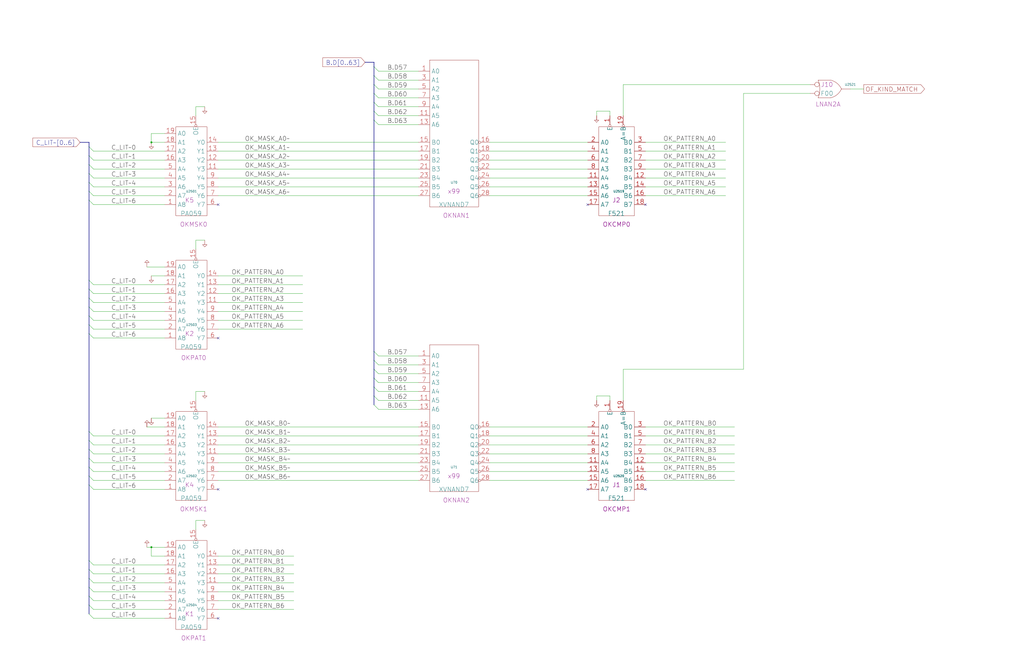
<source format=kicad_sch>
(kicad_sch (version 20230121) (generator eeschema)
  (paper "User" 584.2 378.46)
  (title_block (title "OF KIND CONDITION LOGIC") (date "15-MAR-90") (rev "1.0") (comment 1 "TYPE") (comment 2 "232-003062") (comment 3 "S400") (comment 4 "RELEASED"))
  (lib_symbols
    (symbol "r1000:F00" (pin_numbers hide) (pin_names hide)
      (property "Reference" "U" (at 15.24 0 0))
      (property "Value" "F00" (at 1.905 -5.08 0))
      (property "Location" "___" (at 1.905 0 0))
      (property "Name" "______" (at 2.54 -12.7 0))
      (symbol "F00_0_1"
        (polyline (pts (xy -2.54 -7.62) (xy 5.08 -7.62)) (stroke (width 0.1524)))
        (polyline (pts (xy -2.54 2.54) (xy -2.54 -7.62)) (stroke (width 0.1524)))
        (polyline (pts (xy -2.54 2.54) (xy 5.08 2.54)) (stroke (width 0.1524)))
        (arc (start 5.08 -7.62) (mid 10.1282 -2.54) (end 5.08 2.54) (stroke (width 0.1524)))
        (circle (center 11.43 -2.54) (radius 1.27) (stroke (width 0.1524)))
      )
      (symbol "F00_0_2"
        (circle (center -3.81 -5.08) (radius 1.27) (stroke (width 0.1524)))
        (circle (center -3.81 0) (radius 1.27) (stroke (width 0.1524)))
        (arc (start -3.175 -7.62) (mid -2.134 -2.54) (end -3.175 2.54) (stroke (width 0.1524)))
        (polyline (pts (xy -3.175 -7.62) (xy 3.81 -7.62)) (stroke (width 0.1524)))
        (polyline (pts (xy -3.175 2.54) (xy 3.81 2.54)) (stroke (width 0.1524)))
        (arc (start 3.81 -7.62) (mid 7.5855 -5.8306) (end 10.16 -2.54) (stroke (width 0.1524)))
        (arc (start 10.16 -2.54) (mid 7.5827 0.7471) (end 3.81 2.54) (stroke (width 0.1524)))
      )
      (symbol "F00_1_1"
        (pin input line (at -7.62 0 0) (length 5.08) (name "D0") (number "1"))
        (pin input line (at -7.62 -5.08 0) (length 5.08) (name "D1") (number "2"))
        (pin output line (at 15.24 -2.54 180) (length 2.54) (name "Q") (number "3"))
      )
      (symbol "F00_1_2"
        (pin input line (at -7.62 0 0) (length 2.54) (name "D0") (number "1"))
        (pin input line (at -7.62 -5.08 0) (length 2.54) (name "D1") (number "2"))
        (pin output line (at 15.24 -2.54 180) (length 5.08) (name "Q") (number "3"))
      )
    )
    (symbol "r1000:F521" (pin_names (offset 1.016))
      (property "Reference" "U" (at 2.54 5.08 0))
      (property "Value" "F521" (at -3.81 -7.62 0))
      (property "Location" "___" (at -1.27 0 0))
      (property "Name" "______" (at 1.27 -15.24 0))
      (symbol "F521_1_1"
        (rectangle (start -8.89 41.91) (end 11.43 -8.89))
        (circle (center -2.54 42.545) (radius 0.635))
        (circle (center 5.08 42.545) (radius 0.635))
        (pin input line (at -2.54 48.26 270) (length 5.08) (name "E") (number "1"))
        (pin input line (at -15.24 12.7 0) (length 6.35) (name "A4") (number "11"))
        (pin input line (at 17.78 12.7 180) (length 6.35) (name "B4") (number "12"))
        (pin input line (at -15.24 7.62 0) (length 6.35) (name "A5") (number "13"))
        (pin input line (at 17.78 7.62 180) (length 6.35) (name "B5") (number "14"))
        (pin input line (at -15.24 2.54 0) (length 6.35) (name "A6") (number "15"))
        (pin input line (at 17.78 2.54 180) (length 6.35) (name "B6") (number "16"))
        (pin input line (at -15.24 -2.54 0) (length 6.35) (name "A7") (number "17"))
        (pin input line (at 17.78 -2.54 180) (length 6.35) (name "B7") (number "18"))
        (pin output line (at 5.08 48.26 270) (length 5.08) (name "A=B") (number "19"))
        (pin input line (at -15.24 33.02 0) (length 6.35) (name "A0") (number "2"))
        (pin input line (at 17.78 33.02 180) (length 6.35) (name "B0") (number "3"))
        (pin input line (at -15.24 27.94 0) (length 6.35) (name "A1") (number "4"))
        (pin input line (at 17.78 27.94 180) (length 6.35) (name "B1") (number "5"))
        (pin input line (at -15.24 22.86 0) (length 6.35) (name "A2") (number "6"))
        (pin input line (at 17.78 22.86 180) (length 6.35) (name "B2") (number "7"))
        (pin input line (at -15.24 17.78 0) (length 6.35) (name "A3") (number "8"))
        (pin input line (at 17.78 17.78 180) (length 6.35) (name "B3") (number "9"))
      )
    )
    (symbol "r1000:PAxxx" (pin_names (offset 1.016))
      (property "Reference" "U" (at 2.54 5.08 0))
      (property "Value" "PAxxx" (at -3.81 -7.62 0))
      (property "Location" "___" (at -1.27 0 0))
      (property "Name" "______" (at 3.81 -15.24 0))
      (symbol "PAxxx_1_1"
        (rectangle (start -6.35 41.91) (end 11.43 -8.89))
        (circle (center 5.08 42.545) (radius 0.635))
        (pin input line (at -12.7 -2.54 0) (length 6.35) (name "A8") (number "1"))
        (pin tri_state line (at 17.78 17.78 180) (length 6.35) (name "Y3") (number "11"))
        (pin tri_state line (at 17.78 22.86 180) (length 6.35) (name "Y2") (number "12"))
        (pin tri_state line (at 17.78 27.94 180) (length 6.35) (name "Y1") (number "13"))
        (pin tri_state line (at 17.78 33.02 180) (length 6.35) (name "Y0") (number "14"))
        (pin input line (at 5.08 48.26 270) (length 5.08) (name "OE") (number "15"))
        (pin input line (at -12.7 22.86 0) (length 6.35) (name "A3") (number "16"))
        (pin input line (at -12.7 27.94 0) (length 6.35) (name "A2") (number "17"))
        (pin input line (at -12.7 33.02 0) (length 6.35) (name "A1") (number "18"))
        (pin input line (at -12.7 38.1 0) (length 6.35) (name "A0") (number "19"))
        (pin input line (at -12.7 2.54 0) (length 6.35) (name "A7") (number "2"))
        (pin input line (at -12.7 7.62 0) (length 6.35) (name "A6") (number "3"))
        (pin input line (at -12.7 12.7 0) (length 6.35) (name "A5") (number "4"))
        (pin input line (at -12.7 17.78 0) (length 6.35) (name "A4") (number "5"))
        (pin tri_state line (at 17.78 -2.54 180) (length 6.35) (name "Y7") (number "6"))
        (pin tri_state line (at 17.78 2.54 180) (length 6.35) (name "Y6") (number "7"))
        (pin tri_state line (at 17.78 7.62 180) (length 6.35) (name "Y5") (number "8"))
        (pin tri_state line (at 17.78 12.7 180) (length 6.35) (name "Y4") (number "9"))
      )
    )
    (symbol "r1000:PD" (power) (pin_numbers hide) (pin_names hide) (in_bom no)
      (symbol "PD_0_1"
        (polyline (pts (xy 0 -2.54) (xy 1.27 -2.54) (xy 0 -3.81) (xy -1.27 -2.54) (xy 0 -2.54)) (stroke (width 0.1524)))
      )
      (symbol "PD_1_1"
        (pin power_in line (at 0 0 270) (length 2.54) (name "PD") (number "1"))
      )
    )
    (symbol "r1000:PU" (power) (pin_numbers hide) (pin_names hide)
      (symbol "PU_0_1"
        (polyline (pts (xy 0 2.54) (xy -1.27 2.54) (xy 0 3.81) (xy 1.27 2.54) (xy 0 2.54)) (stroke (width 0.1524)))
      )
      (symbol "PU_1_1"
        (pin power_in line (at 0 0 90) (length 2.54) (name "PU") (number "1"))
      )
    )
    (symbol "r1000:XVNAND7" (pin_names (offset 1.016))
      (property "Reference" "U" (at 2.54 5.08 0))
      (property "Value" "XVNAND7" (at -6.35 -7.62 0))
      (property "Location" "___" (at -1.27 0 0))
      (property "Name" "______" (at 3.81 -15.24 0))
      (symbol "XVNAND7_1_1"
        (rectangle (start -11.43 74.93) (end 16.51 -8.89))
        (circle (center 17.145 -2.54) (radius 0.635))
        (circle (center 17.145 2.54) (radius 0.635))
        (circle (center 17.145 7.62) (radius 0.635))
        (circle (center 17.145 12.7) (radius 0.635))
        (circle (center 17.145 17.78) (radius 0.635))
        (circle (center 17.145 22.86) (radius 0.635))
        (circle (center 17.145 27.94) (radius 0.635))
        (pin input line (at -17.78 68.58 0) (length 6.35) (name "A0") (number "1"))
        (pin input line (at -17.78 43.18 0) (length 6.35) (name "A5") (number "11"))
        (pin input line (at -17.78 38.1 0) (length 6.35) (name "A6") (number "13"))
        (pin input line (at -17.78 27.94 0) (length 6.35) (name "B0") (number "15"))
        (pin output line (at 22.86 27.94 180) (length 5.08) (name "Q0") (number "16"))
        (pin input line (at -17.78 22.86 0) (length 6.35) (name "B1") (number "17"))
        (pin output line (at 22.86 22.86 180) (length 5.08) (name "Q1") (number "18"))
        (pin input line (at -17.78 17.78 0) (length 6.35) (name "B2") (number "19"))
        (pin output line (at 22.86 17.78 180) (length 5.08) (name "Q2") (number "20"))
        (pin input line (at -17.78 12.7 0) (length 6.35) (name "B3") (number "21"))
        (pin output line (at 22.86 12.7 180) (length 5.08) (name "Q3") (number "22"))
        (pin input line (at -17.78 7.62 0) (length 6.35) (name "B4") (number "23"))
        (pin output line (at 22.86 7.62 180) (length 5.08) (name "Q4") (number "24"))
        (pin input line (at -17.78 2.54 0) (length 6.35) (name "B5") (number "25"))
        (pin output line (at 22.86 2.54 180) (length 5.08) (name "Q5") (number "26"))
        (pin input line (at -17.78 -2.54 0) (length 6.35) (name "B6") (number "27"))
        (pin output line (at 22.86 -2.54 180) (length 5.08) (name "Q6") (number "28"))
        (pin input line (at -17.78 63.5 0) (length 6.35) (name "A1") (number "3"))
        (pin input line (at -17.78 58.42 0) (length 6.35) (name "A2") (number "5"))
        (pin input line (at -17.78 53.34 0) (length 6.35) (name "A3") (number "7"))
        (pin input line (at -17.78 48.26 0) (length 6.35) (name "A4") (number "9"))
      )
    )
  )
  (junction (at 86.36 312.42))
  (junction (at 86.36 81.28))
  (no_connect (at 124.46 116.84))
  (no_connect (at 124.46 353.06))
  (no_connect (at 124.46 279.4))
  (no_connect (at 335.28 116.84))
  (no_connect (at 368.3 116.84))
  (no_connect (at 124.46 193.04))
  (no_connect (at 335.28 279.4))
  (no_connect (at 368.3 279.4))
  (bus_entry (at 50.8 345.44) (size 2.54 2.54))
  (bus_entry (at 213.36 205.74) (size 2.54 2.54))
  (bus_entry (at 213.36 68.58) (size 2.54 2.54))
  (bus_entry (at 50.8 320.04) (size 2.54 2.54))
  (bus_entry (at 50.8 190.5) (size 2.54 2.54))
  (bus_entry (at 50.8 175.26) (size 2.54 2.54))
  (bus_entry (at 213.36 58.42) (size 2.54 2.54))
  (bus_entry (at 50.8 340.36) (size 2.54 2.54))
  (bus_entry (at 50.8 251.46) (size 2.54 2.54))
  (bus_entry (at 213.36 226.06) (size 2.54 2.54))
  (bus_entry (at 213.36 43.18) (size 2.54 2.54))
  (bus_entry (at 213.36 63.5) (size 2.54 2.54))
  (bus_entry (at 50.8 325.12) (size 2.54 2.54))
  (bus_entry (at 50.8 104.14) (size 2.54 2.54))
  (bus_entry (at 50.8 109.22) (size 2.54 2.54))
  (bus_entry (at 50.8 276.86) (size 2.54 2.54))
  (bus_entry (at 50.8 256.54) (size 2.54 2.54))
  (bus_entry (at 50.8 271.78) (size 2.54 2.54))
  (bus_entry (at 213.36 210.82) (size 2.54 2.54))
  (bus_entry (at 50.8 180.34) (size 2.54 2.54))
  (bus_entry (at 50.8 350.52) (size 2.54 2.54))
  (bus_entry (at 50.8 330.2) (size 2.54 2.54))
  (bus_entry (at 50.8 114.3) (size 2.54 2.54))
  (bus_entry (at 50.8 93.98) (size 2.54 2.54))
  (bus_entry (at 213.36 231.14) (size 2.54 2.54))
  (bus_entry (at 50.8 261.62) (size 2.54 2.54))
  (bus_entry (at 50.8 246.38) (size 2.54 2.54))
  (bus_entry (at 213.36 200.66) (size 2.54 2.54))
  (bus_entry (at 50.8 88.9) (size 2.54 2.54))
  (bus_entry (at 213.36 220.98) (size 2.54 2.54))
  (bus_entry (at 50.8 83.82) (size 2.54 2.54))
  (bus_entry (at 50.8 185.42) (size 2.54 2.54))
  (bus_entry (at 213.36 215.9) (size 2.54 2.54))
  (bus_entry (at 50.8 335.28) (size 2.54 2.54))
  (bus_entry (at 50.8 165.1) (size 2.54 2.54))
  (bus_entry (at 50.8 266.7) (size 2.54 2.54))
  (bus_entry (at 50.8 170.18) (size 2.54 2.54))
  (bus_entry (at 213.36 48.26) (size 2.54 2.54))
  (bus_entry (at 50.8 99.06) (size 2.54 2.54))
  (bus_entry (at 213.36 53.34) (size 2.54 2.54))
  (bus_entry (at 213.36 38.1) (size 2.54 2.54))
  (bus_entry (at 50.8 160.02) (size 2.54 2.54))
  (wire (pts (xy 116.84 137.16) (xy 111.76 137.16)))
  (wire (pts (xy 53.34 264.16) (xy 93.98 264.16)))
  (bus (pts (xy 50.8 261.62) (xy 50.8 266.7)))
  (wire (pts (xy 53.34 279.4) (xy 93.98 279.4)))
  (wire (pts (xy 116.84 60.96) (xy 111.76 60.96)))
  (wire (pts (xy 215.9 213.36) (xy 238.76 213.36)))
  (wire (pts (xy 355.6 210.82) (xy 424.18 210.82)))
  (wire (pts (xy 53.34 254) (xy 93.98 254)))
  (wire (pts (xy 124.46 337.82) (xy 167.64 337.82)))
  (wire (pts (xy 53.34 274.32) (xy 93.98 274.32)))
  (wire (pts (xy 279.4 264.16) (xy 335.28 264.16)))
  (wire (pts (xy 53.34 172.72) (xy 93.98 172.72)))
  (wire (pts (xy 124.46 177.8) (xy 172.72 177.8)))
  (wire (pts (xy 368.3 274.32) (xy 419.1 274.32)))
  (wire (pts (xy 215.9 71.12) (xy 238.76 71.12)))
  (wire (pts (xy 124.46 101.6) (xy 238.76 101.6)))
  (wire (pts (xy 124.46 254) (xy 238.76 254)))
  (wire (pts (xy 111.76 223.52) (xy 111.76 228.6)))
  (wire (pts (xy 215.9 60.96) (xy 238.76 60.96)))
  (bus (pts (xy 50.8 345.44) (xy 50.8 350.52)))
  (wire (pts (xy 368.3 243.84) (xy 419.1 243.84)))
  (bus (pts (xy 213.36 220.98) (xy 213.36 226.06)))
  (wire (pts (xy 53.34 91.44) (xy 93.98 91.44)))
  (wire (pts (xy 485.14 50.8) (xy 492.76 50.8)))
  (wire (pts (xy 279.4 106.68) (xy 335.28 106.68)))
  (bus (pts (xy 45.72 81.28) (xy 50.8 81.28)))
  (wire (pts (xy 53.34 116.84) (xy 93.98 116.84)))
  (wire (pts (xy 53.34 248.92) (xy 93.98 248.92)))
  (wire (pts (xy 368.3 259.08) (xy 419.1 259.08)))
  (wire (pts (xy 86.36 312.42) (xy 93.98 312.42)))
  (wire (pts (xy 53.34 322.58) (xy 93.98 322.58)))
  (bus (pts (xy 213.36 68.58) (xy 213.36 200.66)))
  (wire (pts (xy 215.9 208.28) (xy 238.76 208.28)))
  (wire (pts (xy 279.4 96.52) (xy 335.28 96.52)))
  (wire (pts (xy 368.3 91.44) (xy 414.02 91.44)))
  (wire (pts (xy 279.4 111.76) (xy 335.28 111.76)))
  (wire (pts (xy 215.9 223.52) (xy 238.76 223.52)))
  (bus (pts (xy 213.36 63.5) (xy 213.36 68.58)))
  (bus (pts (xy 213.36 226.06) (xy 213.36 231.14)))
  (wire (pts (xy 215.9 45.72) (xy 238.76 45.72)))
  (wire (pts (xy 124.46 259.08) (xy 238.76 259.08)))
  (wire (pts (xy 124.46 182.88) (xy 172.72 182.88)))
  (wire (pts (xy 124.46 317.5) (xy 167.64 317.5)))
  (bus (pts (xy 50.8 180.34) (xy 50.8 185.42)))
  (wire (pts (xy 215.9 40.64) (xy 238.76 40.64)))
  (wire (pts (xy 53.34 342.9) (xy 93.98 342.9)))
  (wire (pts (xy 124.46 269.24) (xy 238.76 269.24)))
  (bus (pts (xy 50.8 88.9) (xy 50.8 93.98)))
  (wire (pts (xy 124.46 248.92) (xy 238.76 248.92)))
  (bus (pts (xy 50.8 190.5) (xy 50.8 246.38)))
  (bus (pts (xy 50.8 246.38) (xy 50.8 251.46)))
  (wire (pts (xy 53.34 182.88) (xy 93.98 182.88)))
  (wire (pts (xy 347.98 226.06) (xy 340.36 226.06)))
  (wire (pts (xy 368.3 86.36) (xy 414.02 86.36)))
  (wire (pts (xy 279.4 243.84) (xy 335.28 243.84)))
  (wire (pts (xy 111.76 297.18) (xy 111.76 302.26)))
  (wire (pts (xy 124.46 172.72) (xy 172.72 172.72)))
  (bus (pts (xy 213.36 200.66) (xy 213.36 205.74)))
  (wire (pts (xy 124.46 342.9) (xy 167.64 342.9)))
  (bus (pts (xy 50.8 175.26) (xy 50.8 180.34)))
  (bus (pts (xy 50.8 340.36) (xy 50.8 345.44)))
  (wire (pts (xy 279.4 269.24) (xy 335.28 269.24)))
  (wire (pts (xy 124.46 167.64) (xy 172.72 167.64)))
  (bus (pts (xy 50.8 256.54) (xy 50.8 261.62)))
  (wire (pts (xy 124.46 96.52) (xy 238.76 96.52)))
  (wire (pts (xy 340.36 63.5) (xy 340.36 66.04)))
  (wire (pts (xy 124.46 347.98) (xy 167.64 347.98)))
  (wire (pts (xy 215.9 203.2) (xy 238.76 203.2)))
  (wire (pts (xy 86.36 317.5) (xy 86.36 312.42)))
  (bus (pts (xy 213.36 48.26) (xy 213.36 53.34)))
  (wire (pts (xy 53.34 167.64) (xy 93.98 167.64)))
  (wire (pts (xy 124.46 322.58) (xy 167.64 322.58)))
  (wire (pts (xy 368.3 81.28) (xy 414.02 81.28)))
  (wire (pts (xy 86.36 81.28) (xy 93.98 81.28)))
  (wire (pts (xy 53.34 86.36) (xy 93.98 86.36)))
  (bus (pts (xy 50.8 165.1) (xy 50.8 170.18)))
  (wire (pts (xy 93.98 317.5) (xy 86.36 317.5)))
  (wire (pts (xy 124.46 243.84) (xy 238.76 243.84)))
  (wire (pts (xy 53.34 353.06) (xy 93.98 353.06)))
  (wire (pts (xy 340.36 226.06) (xy 340.36 228.6)))
  (wire (pts (xy 215.9 228.6) (xy 238.76 228.6)))
  (bus (pts (xy 213.36 43.18) (xy 213.36 48.26)))
  (wire (pts (xy 279.4 259.08) (xy 335.28 259.08)))
  (wire (pts (xy 53.34 193.04) (xy 93.98 193.04)))
  (wire (pts (xy 215.9 233.68) (xy 238.76 233.68)))
  (wire (pts (xy 111.76 137.16) (xy 111.76 142.24)))
  (wire (pts (xy 53.34 327.66) (xy 93.98 327.66)))
  (wire (pts (xy 111.76 60.96) (xy 111.76 66.04)))
  (wire (pts (xy 368.3 96.52) (xy 414.02 96.52)))
  (wire (pts (xy 368.3 106.68) (xy 414.02 106.68)))
  (bus (pts (xy 50.8 81.28) (xy 50.8 83.82)))
  (wire (pts (xy 124.46 86.36) (xy 238.76 86.36)))
  (wire (pts (xy 347.98 66.04) (xy 347.98 63.5)))
  (wire (pts (xy 424.18 53.34) (xy 462.28 53.34)))
  (wire (pts (xy 347.98 228.6) (xy 347.98 226.06)))
  (wire (pts (xy 279.4 248.92) (xy 335.28 248.92)))
  (bus (pts (xy 213.36 210.82) (xy 213.36 215.9)))
  (wire (pts (xy 124.46 264.16) (xy 238.76 264.16)))
  (bus (pts (xy 50.8 109.22) (xy 50.8 114.3)))
  (bus (pts (xy 208.28 35.56) (xy 213.36 35.56)))
  (bus (pts (xy 50.8 320.04) (xy 50.8 325.12)))
  (wire (pts (xy 279.4 254) (xy 335.28 254)))
  (bus (pts (xy 50.8 271.78) (xy 50.8 276.86)))
  (wire (pts (xy 83.82 152.4) (xy 93.98 152.4)))
  (wire (pts (xy 355.6 48.26) (xy 462.28 48.26)))
  (bus (pts (xy 50.8 325.12) (xy 50.8 330.2)))
  (wire (pts (xy 124.46 81.28) (xy 238.76 81.28)))
  (bus (pts (xy 50.8 93.98) (xy 50.8 99.06)))
  (wire (pts (xy 279.4 81.28) (xy 335.28 81.28)))
  (wire (pts (xy 124.46 111.76) (xy 238.76 111.76)))
  (wire (pts (xy 53.34 269.24) (xy 93.98 269.24)))
  (wire (pts (xy 53.34 259.08) (xy 93.98 259.08)))
  (wire (pts (xy 124.46 187.96) (xy 172.72 187.96)))
  (wire (pts (xy 86.36 76.2) (xy 86.36 81.28)))
  (bus (pts (xy 50.8 170.18) (xy 50.8 175.26)))
  (bus (pts (xy 213.36 38.1) (xy 213.36 43.18)))
  (wire (pts (xy 53.34 177.8) (xy 93.98 177.8)))
  (wire (pts (xy 347.98 63.5) (xy 340.36 63.5)))
  (wire (pts (xy 116.84 223.52) (xy 111.76 223.52)))
  (wire (pts (xy 368.3 101.6) (xy 414.02 101.6)))
  (wire (pts (xy 279.4 101.6) (xy 335.28 101.6)))
  (wire (pts (xy 124.46 106.68) (xy 238.76 106.68)))
  (wire (pts (xy 368.3 264.16) (xy 419.1 264.16)))
  (bus (pts (xy 50.8 276.86) (xy 50.8 320.04)))
  (wire (pts (xy 53.34 187.96) (xy 93.98 187.96)))
  (wire (pts (xy 53.34 111.76) (xy 93.98 111.76)))
  (wire (pts (xy 424.18 53.34) (xy 424.18 210.82)))
  (bus (pts (xy 50.8 185.42) (xy 50.8 190.5)))
  (wire (pts (xy 368.3 269.24) (xy 419.1 269.24)))
  (wire (pts (xy 279.4 86.36) (xy 335.28 86.36)))
  (bus (pts (xy 50.8 114.3) (xy 50.8 160.02)))
  (bus (pts (xy 50.8 160.02) (xy 50.8 165.1)))
  (bus (pts (xy 50.8 266.7) (xy 50.8 271.78)))
  (wire (pts (xy 53.34 96.52) (xy 93.98 96.52)))
  (wire (pts (xy 86.36 157.48) (xy 93.98 157.48)))
  (wire (pts (xy 116.84 297.18) (xy 111.76 297.18)))
  (wire (pts (xy 124.46 274.32) (xy 238.76 274.32)))
  (bus (pts (xy 213.36 215.9) (xy 213.36 220.98)))
  (wire (pts (xy 368.3 254) (xy 419.1 254)))
  (wire (pts (xy 83.82 243.84) (xy 93.98 243.84)))
  (wire (pts (xy 368.3 111.76) (xy 414.02 111.76)))
  (wire (pts (xy 93.98 76.2) (xy 86.36 76.2)))
  (wire (pts (xy 53.34 337.82) (xy 93.98 337.82)))
  (wire (pts (xy 53.34 347.98) (xy 93.98 347.98)))
  (wire (pts (xy 215.9 66.04) (xy 238.76 66.04)))
  (wire (pts (xy 86.36 238.76) (xy 93.98 238.76)))
  (wire (pts (xy 53.34 332.74) (xy 93.98 332.74)))
  (wire (pts (xy 279.4 274.32) (xy 335.28 274.32)))
  (bus (pts (xy 50.8 83.82) (xy 50.8 88.9)))
  (wire (pts (xy 53.34 101.6) (xy 93.98 101.6)))
  (wire (pts (xy 124.46 327.66) (xy 167.64 327.66)))
  (wire (pts (xy 355.6 66.04) (xy 355.6 48.26)))
  (wire (pts (xy 215.9 55.88) (xy 238.76 55.88)))
  (bus (pts (xy 50.8 99.06) (xy 50.8 104.14)))
  (bus (pts (xy 213.36 53.34) (xy 213.36 58.42)))
  (wire (pts (xy 368.3 248.92) (xy 419.1 248.92)))
  (wire (pts (xy 124.46 162.56) (xy 172.72 162.56)))
  (wire (pts (xy 279.4 91.44) (xy 335.28 91.44)))
  (bus (pts (xy 50.8 251.46) (xy 50.8 256.54)))
  (wire (pts (xy 215.9 218.44) (xy 238.76 218.44)))
  (wire (pts (xy 238.76 91.44) (xy 124.46 91.44)))
  (wire (pts (xy 53.34 162.56) (xy 93.98 162.56)))
  (wire (pts (xy 355.6 228.6) (xy 355.6 210.82)))
  (bus (pts (xy 50.8 330.2) (xy 50.8 335.28)))
  (bus (pts (xy 213.36 205.74) (xy 213.36 210.82)))
  (wire (pts (xy 124.46 157.48) (xy 172.72 157.48)))
  (wire (pts (xy 53.34 106.68) (xy 93.98 106.68)))
  (wire (pts (xy 215.9 50.8) (xy 238.76 50.8)))
  (bus (pts (xy 50.8 335.28) (xy 50.8 340.36)))
  (wire (pts (xy 124.46 332.74) (xy 167.64 332.74)))
  (wire (pts (xy 83.82 312.42) (xy 86.36 312.42)))
  (bus (pts (xy 213.36 58.42) (xy 213.36 63.5)))
  (bus (pts (xy 50.8 104.14) (xy 50.8 109.22)))
  (bus (pts (xy 213.36 35.56) (xy 213.36 38.1)))
  (label "C_LIT~0" (at 63.5 248.92 0) (effects (font (size 2.54 2.54))))
  (label "OK_MASK_B3~" (at 139.7 259.08 0) (effects (font (size 2.54 2.54))))
  (label "B.D58" (at 220.98 208.28 0) (effects (font (size 2.54 2.54))))
  (label "OK_MASK_B0~" (at 139.7 243.84 0) (effects (font (size 2.54 2.54))))
  (label "C_LIT~4" (at 63.5 182.88 0) (effects (font (size 2.54 2.54))))
  (label "OK_PATTERN_B3" (at 378.46 259.08 0) (effects (font (size 2.54 2.54))))
  (label "C_LIT~1" (at 63.5 254 0) (effects (font (size 2.54 2.54))))
  (label "B.D60" (at 220.98 55.88 0) (effects (font (size 2.54 2.54))))
  (label "C_LIT~2" (at 63.5 96.52 0) (effects (font (size 2.54 2.54))))
  (label "C_LIT~6" (at 63.5 353.06 0) (effects (font (size 2.54 2.54))))
  (label "OK_PATTERN_A1" (at 132.08 162.56 0) (effects (font (size 2.54 2.54))))
  (label "OK_PATTERN_A6" (at 378.46 111.76 0) (effects (font (size 2.54 2.54))))
  (label "B.D59" (at 220.98 213.36 0) (effects (font (size 2.54 2.54))))
  (label "C_LIT~6" (at 63.5 116.84 0) (effects (font (size 2.54 2.54))))
  (label "C_LIT~5" (at 63.5 187.96 0) (effects (font (size 2.54 2.54))))
  (label "OK_MASK_B6~" (at 139.7 274.32 0) (effects (font (size 2.54 2.54))))
  (label "C_LIT~1" (at 63.5 327.66 0) (effects (font (size 2.54 2.54))))
  (label "OK_PATTERN_A1" (at 378.46 86.36 0) (effects (font (size 2.54 2.54))))
  (label "OK_PATTERN_B4" (at 378.46 264.16 0) (effects (font (size 2.54 2.54))))
  (label "OK_PATTERN_A5" (at 132.08 182.88 0) (effects (font (size 2.54 2.54))))
  (label "C_LIT~3" (at 63.5 337.82 0) (effects (font (size 2.54 2.54))))
  (label "OK_PATTERN_B4" (at 132.08 337.82 0) (effects (font (size 2.54 2.54))))
  (label "B.D57" (at 220.98 203.2 0) (effects (font (size 2.54 2.54))))
  (label "B.D59" (at 220.98 50.8 0) (effects (font (size 2.54 2.54))))
  (label "B.D58" (at 220.98 45.72 0) (effects (font (size 2.54 2.54))))
  (label "OK_PATTERN_B0" (at 378.46 243.84 0) (effects (font (size 2.54 2.54))))
  (label "C_LIT~0" (at 63.5 86.36 0) (effects (font (size 2.54 2.54))))
  (label "OK_MASK_B1~" (at 139.7 248.92 0) (effects (font (size 2.54 2.54))))
  (label "OK_PATTERN_A0" (at 132.08 157.48 0) (effects (font (size 2.54 2.54))))
  (label "OK_PATTERN_A3" (at 378.46 96.52 0) (effects (font (size 2.54 2.54))))
  (label "OK_PATTERN_B5" (at 378.46 269.24 0) (effects (font (size 2.54 2.54))))
  (label "C_LIT~5" (at 63.5 274.32 0) (effects (font (size 2.54 2.54))))
  (label "C_LIT~4" (at 63.5 106.68 0) (effects (font (size 2.54 2.54))))
  (label "OK_PATTERN_A4" (at 378.46 101.6 0) (effects (font (size 2.54 2.54))))
  (label "C_LIT~5" (at 63.5 347.98 0) (effects (font (size 2.54 2.54))))
  (label "OK_PATTERN_B2" (at 132.08 327.66 0) (effects (font (size 2.54 2.54))))
  (label "C_LIT~4" (at 63.5 269.24 0) (effects (font (size 2.54 2.54))))
  (label "C_LIT~6" (at 63.5 279.4 0) (effects (font (size 2.54 2.54))))
  (label "OK_PATTERN_A3" (at 132.08 172.72 0) (effects (font (size 2.54 2.54))))
  (label "OK_MASK_B4~" (at 139.7 264.16 0) (effects (font (size 2.54 2.54))))
  (label "OK_MASK_B2~" (at 139.7 254 0) (effects (font (size 2.54 2.54))))
  (label "C_LIT~1" (at 63.5 91.44 0) (effects (font (size 2.54 2.54))))
  (label "OK_MASK_B5~" (at 139.7 269.24 0) (effects (font (size 2.54 2.54))))
  (label "C_LIT~4" (at 63.5 342.9 0) (effects (font (size 2.54 2.54))))
  (label "B.D61" (at 220.98 223.52 0) (effects (font (size 2.54 2.54))))
  (label "C_LIT~3" (at 63.5 264.16 0) (effects (font (size 2.54 2.54))))
  (label "OK_MASK_A2~" (at 139.7 91.44 0) (effects (font (size 2.54 2.54))))
  (label "OK_MASK_A4~" (at 139.7 101.6 0) (effects (font (size 2.54 2.54))))
  (label "OK_PATTERN_A5" (at 378.46 106.68 0) (effects (font (size 2.54 2.54))))
  (label "B.D61" (at 220.98 60.96 0) (effects (font (size 2.54 2.54))))
  (label "OK_PATTERN_B3" (at 132.08 332.74 0) (effects (font (size 2.54 2.54))))
  (label "C_LIT~1" (at 63.5 167.64 0) (effects (font (size 2.54 2.54))))
  (label "OK_MASK_A6~" (at 139.7 111.76 0) (effects (font (size 2.54 2.54))))
  (label "OK_PATTERN_B1" (at 378.46 248.92 0) (effects (font (size 2.54 2.54))))
  (label "OK_PATTERN_A2" (at 378.46 91.44 0) (effects (font (size 2.54 2.54))))
  (label "OK_PATTERN_A6" (at 132.08 187.96 0) (effects (font (size 2.54 2.54))))
  (label "OK_PATTERN_B2" (at 378.46 254 0) (effects (font (size 2.54 2.54))))
  (label "OK_MASK_A1~" (at 139.7 86.36 0) (effects (font (size 2.54 2.54))))
  (label "OK_PATTERN_B1" (at 132.08 322.58 0) (effects (font (size 2.54 2.54))))
  (label "OK_PATTERN_B6" (at 132.08 347.98 0) (effects (font (size 2.54 2.54))))
  (label "C_LIT~0" (at 63.5 162.56 0) (effects (font (size 2.54 2.54))))
  (label "B.D62" (at 220.98 228.6 0) (effects (font (size 2.54 2.54))))
  (label "C_LIT~0" (at 63.5 322.58 0) (effects (font (size 2.54 2.54))))
  (label "OK_PATTERN_A2" (at 132.08 167.64 0) (effects (font (size 2.54 2.54))))
  (label "B.D57" (at 220.98 40.64 0) (effects (font (size 2.54 2.54))))
  (label "OK_PATTERN_A0" (at 378.46 81.28 0) (effects (font (size 2.54 2.54))))
  (label "C_LIT~3" (at 63.5 177.8 0) (effects (font (size 2.54 2.54))))
  (label "OK_PATTERN_B5" (at 132.08 342.9 0) (effects (font (size 2.54 2.54))))
  (label "OK_MASK_A0~" (at 139.7 81.28 0) (effects (font (size 2.54 2.54))))
  (label "OK_PATTERN_B6" (at 378.46 274.32 0) (effects (font (size 2.54 2.54))))
  (label "B.D62" (at 220.98 66.04 0) (effects (font (size 2.54 2.54))))
  (label "OK_MASK_A3~" (at 139.7 96.52 0) (effects (font (size 2.54 2.54))))
  (label "OK_MASK_A5~" (at 139.7 106.68 0) (effects (font (size 2.54 2.54))))
  (label "B.D63" (at 220.98 71.12 0) (effects (font (size 2.54 2.54))))
  (label "C_LIT~3" (at 63.5 101.6 0) (effects (font (size 2.54 2.54))))
  (label "C_LIT~2" (at 63.5 172.72 0) (effects (font (size 2.54 2.54))))
  (label "B.D63" (at 220.98 233.68 0) (effects (font (size 2.54 2.54))))
  (label "OK_PATTERN_B0" (at 132.08 317.5 0) (effects (font (size 2.54 2.54))))
  (label "C_LIT~2" (at 63.5 332.74 0) (effects (font (size 2.54 2.54))))
  (label "OK_PATTERN_A4" (at 132.08 177.8 0) (effects (font (size 2.54 2.54))))
  (label "C_LIT~5" (at 63.5 111.76 0) (effects (font (size 2.54 2.54))))
  (label "C_LIT~2" (at 63.5 259.08 0) (effects (font (size 2.54 2.54))))
  (label "C_LIT~6" (at 63.5 193.04 0) (effects (font (size 2.54 2.54))))
  (label "B.D60" (at 220.98 218.44 0) (effects (font (size 2.54 2.54))))
  (global_label "OF_KIND_MATCH" (shape output) (at 492.76 50.8 0) (effects (font (size 2.54 2.54))) (property "Intersheetrefs" "${INTERSHEET_REFS}" (at 527.4612 50.6413 0) (effects (font (size 1.905 1.905)) (justify left))))
  (global_label "C_LIT~[0..6]" (shape input) (at 45.72 81.28 180) (effects (font (size 2.54 2.54))) (property "Intersheetrefs" "${INTERSHEET_REFS}" (at 18.7597 81.1213 0) (effects (font (size 1.905 1.905)) (justify right))))
  (global_label "B.D[0..63]" (shape input) (at 208.28 35.56 180) (effects (font (size 2.54 2.54))) (property "Intersheetrefs" "${INTERSHEET_REFS}" (at 183.435 35.56 0) (effects (font (size 1.905 1.905)) (justify right))))
  (symbol (lib_id "r1000:PU") (at 83.82 152.4 0) (unit 1)
    (property "Reference" "#PWR02502" (effects hide))
    (property "Value" "PU" (effects hide))
  )
  (symbol (lib_id "r1000:F00") (at 469.9 48.26 0) (unit 1) (convert 2)
    (property "Reference" "U2521" (at 485.14 48.26 0))
    (property "Value" "F00" (at 471.805 53.34 0) (effects (font (size 2.54 2.54))))
    (property "Location" "J10" (at 471.805 48.26 0) (effects (font (size 2.54 2.54))))
    (property "Name" "LNAN2A" (at 472.44 60.96 0) (effects (font (size 2.54 2.54)) (justify bottom)))
  )
  (symbol (lib_id "r1000:PAxxx") (at 106.68 190.5 0) (unit 1)
    (property "Reference" "U2503" (at 109.22 185.42 0))
    (property "Value" "PA059" (at 102.87 198.12 0) (effects (font (size 2.54 2.54)) (justify left)))
    (property "Location" "K2" (at 105.41 190.5 0) (effects (font (size 2.54 2.54)) (justify left)))
    (property "Name" "OKPAT0" (at 110.49 205.74 0) (effects (font (size 2.54 2.54)) (justify bottom)))
  )
  (symbol (lib_id "r1000:PD") (at 340.36 66.04 0) (unit 1) (in_bom no)
    (property "Reference" "#PWR02510" (effects hide))
    (property "Value" "PD" (effects hide))
  )
  (symbol (lib_id "r1000:PD") (at 86.36 238.76 0) (unit 1) (in_bom no)
    (property "Reference" "#PWR02505" (effects hide))
    (property "Value" "PD" (effects hide))
  )
  (symbol (lib_id "r1000:PD") (at 116.84 60.96 0) (unit 1) (in_bom no)
    (property "Reference" "#PWR0123" (effects hide))
    (property "Value" "PD" (effects hide))
  )
  (symbol (lib_id "r1000:PD") (at 86.36 81.28 0) (unit 1) (in_bom no)
    (property "Reference" "#PWR02504" (effects hide))
    (property "Value" "PD" (effects hide))
  )
  (symbol (lib_id "r1000:PU") (at 83.82 243.84 0) (unit 1)
    (property "Reference" "#PWR02501" (effects hide))
    (property "Value" "PU" (effects hide))
  )
  (symbol (lib_id "r1000:PD") (at 116.84 297.18 0) (unit 1) (in_bom no)
    (property "Reference" "#PWR0121" (effects hide))
    (property "Value" "PD" (effects hide))
  )
  (symbol (lib_id "r1000:F521") (at 350.52 114.3 0) (unit 1)
    (property "Reference" "U2519" (at 353.06 109.22 0))
    (property "Value" "F521" (at 346.71 121.92 0) (effects (font (size 2.54 2.54)) (justify left)))
    (property "Location" "J2" (at 349.25 114.3 0) (effects (font (size 2.54 2.54)) (justify left)))
    (property "Name" "OKCMP0" (at 351.79 129.54 0) (effects (font (size 2.54 2.54)) (justify bottom)))
  )
  (symbol (lib_id "r1000:PAxxx") (at 106.68 276.86 0) (unit 1)
    (property "Reference" "U2502" (at 109.22 271.78 0))
    (property "Value" "PA059" (at 102.87 284.48 0) (effects (font (size 2.54 2.54)) (justify left)))
    (property "Location" "K4" (at 105.41 276.86 0) (effects (font (size 2.54 2.54)) (justify left)))
    (property "Name" "OKMSK1" (at 110.49 292.1 0) (effects (font (size 2.54 2.54)) (justify bottom)))
  )
  (symbol (lib_id "r1000:PD") (at 116.84 223.52 0) (unit 1) (in_bom no)
    (property "Reference" "#PWR0122" (effects hide))
    (property "Value" "PD" (effects hide))
  )
  (symbol (lib_id "r1000:PD") (at 116.84 137.16 0) (unit 1) (in_bom no)
    (property "Reference" "#PWR0120" (effects hide))
    (property "Value" "PD" (effects hide))
  )
  (symbol (lib_id "r1000:PAxxx") (at 106.68 114.3 0) (unit 1)
    (property "Reference" "U2501" (at 109.22 109.22 0))
    (property "Value" "PA059" (at 102.87 121.92 0) (effects (font (size 2.54 2.54)) (justify left)))
    (property "Location" "K5" (at 105.41 114.3 0) (effects (font (size 2.54 2.54)) (justify left)))
    (property "Name" "OKMSK0" (at 110.49 129.54 0) (effects (font (size 2.54 2.54)) (justify bottom)))
  )
  (symbol (lib_id "r1000:PAxxx") (at 106.68 350.52 0) (unit 1)
    (property "Reference" "U2504" (at 109.22 345.44 0))
    (property "Value" "PA059" (at 102.87 358.14 0) (effects (font (size 2.54 2.54)) (justify left)))
    (property "Location" "K1" (at 105.41 350.52 0) (effects (font (size 2.54 2.54)) (justify left)))
    (property "Name" "OKPAT1" (at 110.49 365.76 0) (effects (font (size 2.54 2.54)) (justify bottom)))
  )
  (symbol (lib_id "r1000:PD") (at 86.36 157.48 0) (unit 1) (in_bom no)
    (property "Reference" "#PWR02506" (effects hide))
    (property "Value" "PD" (effects hide))
  )
  (symbol (lib_id "r1000:XVNAND7") (at 256.54 271.78 0) (unit 1)
    (property "Reference" "U71" (at 259.08 266.7 0))
    (property "Value" "XVNAND7" (at 250.19 279.4 0) (effects (font (size 2.54 2.54)) (justify left)))
    (property "Location" "x99" (at 255.27 271.78 0) (effects (font (size 2.54 2.54)) (justify left)))
    (property "Name" "OKNAN2" (at 260.35 287.02 0) (effects (font (size 2.54 2.54)) (justify bottom)))
  )
  (symbol (lib_id "r1000:PD") (at 340.36 228.6 0) (unit 1) (in_bom no)
    (property "Reference" "#PWR0107" (effects hide))
    (property "Value" "PD" (effects hide))
  )
  (symbol (lib_id "r1000:XVNAND7") (at 256.54 109.22 0) (unit 1)
    (property "Reference" "U70" (at 259.08 104.14 0))
    (property "Value" "XVNAND7" (at 250.19 116.84 0) (effects (font (size 2.54 2.54)) (justify left)))
    (property "Location" "x99" (at 255.27 109.22 0) (effects (font (size 2.54 2.54)) (justify left)))
    (property "Name" "OKNAN1" (at 260.35 124.46 0) (effects (font (size 2.54 2.54)) (justify bottom)))
  )
  (symbol (lib_id "r1000:PU") (at 83.82 312.42 0) (unit 1)
    (property "Reference" "#PWR02503" (effects hide))
    (property "Value" "PU" (effects hide))
  )
  (symbol (lib_id "r1000:F521") (at 350.52 276.86 0) (unit 1)
    (property "Reference" "U2520" (at 353.06 271.78 0))
    (property "Value" "F521" (at 346.71 284.48 0) (effects (font (size 2.54 2.54)) (justify left)))
    (property "Location" "J1" (at 349.25 276.86 0) (effects (font (size 2.54 2.54)) (justify left)))
    (property "Name" "OKCMP1" (at 351.79 292.1 0) (effects (font (size 2.54 2.54)) (justify bottom)))
  )
)
</source>
